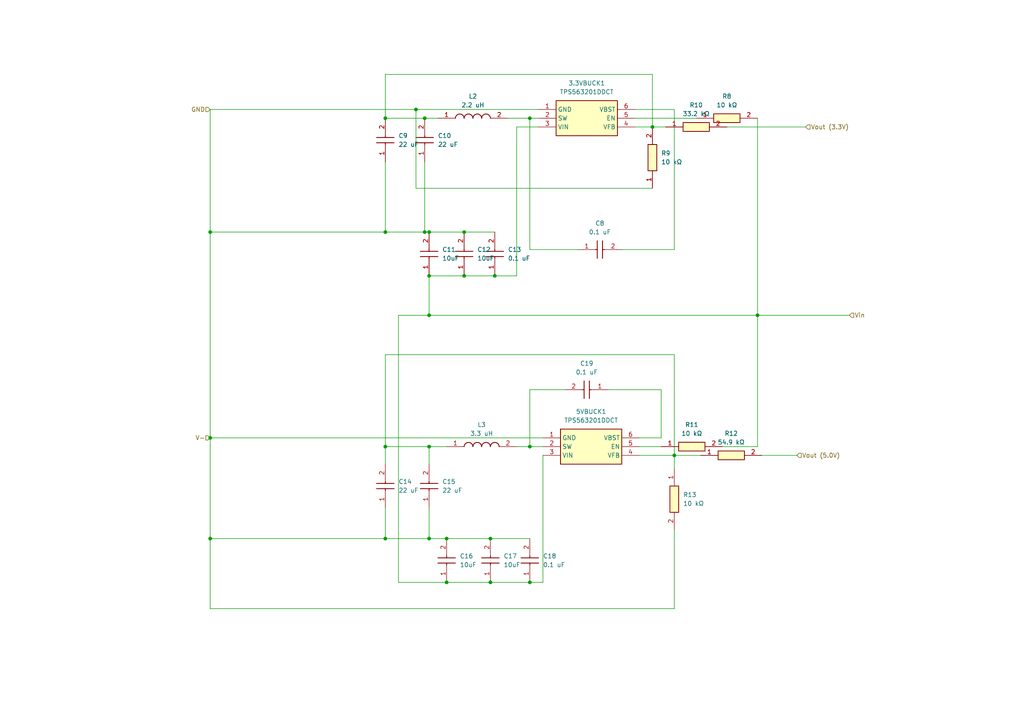
<source format=kicad_sch>
(kicad_sch (version 20230121) (generator eeschema)
  (paper "A4")
  (lib_symbols
    (symbol "pow_sys:0.1 uF" (pin_names hide)
      (property "Reference" "C" (at 8.89 6.35 0))
      (property "Value" "0.1 uF" (at 8.89 3.81 0))
      (symbol "0.1 uF_1_1"
        (polyline (pts (xy 5.08 0) (xy 5.588 0)) (stroke (width 0.254)))
        (polyline (pts (xy 5.588 2.54) (xy 5.588 -2.54)) (stroke (width 0.254)))
        (polyline (pts (xy 7.112 0) (xy 7.62 0)) (stroke (width 0.254)))
        (polyline (pts (xy 7.112 2.54) (xy 7.112 -2.54)) (stroke (width 0.254)))
        (pin passive line (at 0 0 0) (length 5.08) (name "1") (number "1"))
        (pin passive line (at 12.7 0 180) (length 5.08) (name "2") (number "2"))
      )
    )
    (symbol "pow_sys:10 kΩ" (pin_names hide)
      (property "Reference" "R" (at 13.97 6.35 0))
      (property "Value" "10 kΩ" (at 13.97 3.81 0))
      (symbol "10 kΩ_1_1"
        (rectangle (start 5.08 1.27) (end 12.7 -1.27) (stroke (width 0.254)) (fill (type background)))
        (pin passive line (at 0 0 0) (length 5.08) (name "1") (number "1"))
        (pin passive line (at 17.78 0 180) (length 5.08) (name "2") (number "2"))
      )
    )
    (symbol "pow_sys:10uF" (pin_names hide)
      (property "Reference" "C" (at 8.89 6.35 0))
      (property "Value" "10uF" (at 8.89 3.81 0))
      (symbol "10uF_1_1"
        (polyline (pts (xy 5.08 0) (xy 5.588 0)) (stroke (width 0.254)))
        (polyline (pts (xy 5.588 2.54) (xy 5.588 -2.54)) (stroke (width 0.254)))
        (polyline (pts (xy 7.112 0) (xy 7.62 0)) (stroke (width 0.254)))
        (polyline (pts (xy 7.112 2.54) (xy 7.112 -2.54)) (stroke (width 0.254)))
        (pin passive line (at 0 0 0) (length 5.08) (name "1") (number "1"))
        (pin passive line (at 12.7 0 180) (length 5.08) (name "2") (number "2"))
      )
    )
    (symbol "pow_sys:2.2 uH" (pin_names hide)
      (property "Reference" "L" (at 16.51 6.35 0))
      (property "Value" "2.2 uH" (at 16.51 3.81 0))
      (symbol "2.2 uH_1_1"
        (arc (start 7.62 0) (mid 6.35 1.219) (end 5.08 0) (stroke (width 0.254)))
        (arc (start 10.16 0) (mid 8.89 1.219) (end 7.62 0) (stroke (width 0.254)))
        (arc (start 12.7 0) (mid 11.43 1.219) (end 10.16 0) (stroke (width 0.254)))
        (arc (start 15.24 0) (mid 13.97 1.219) (end 12.7 0) (stroke (width 0.254)))
        (pin passive line (at 0 0 0) (length 5.08) (name "1") (number "1"))
        (pin passive line (at 20.32 0 180) (length 5.08) (name "2") (number "2"))
      )
    )
    (symbol "pow_sys:22 uF" (pin_names hide)
      (property "Reference" "C" (at 8.89 6.35 0))
      (property "Value" "22 uF" (at 8.89 3.81 0))
      (symbol "22 uF_1_1"
        (polyline (pts (xy 5.08 0) (xy 5.588 0)) (stroke (width 0.254)))
        (polyline (pts (xy 5.588 2.54) (xy 5.588 -2.54)) (stroke (width 0.254)))
        (polyline (pts (xy 7.112 0) (xy 7.62 0)) (stroke (width 0.254)))
        (polyline (pts (xy 7.112 2.54) (xy 7.112 -2.54)) (stroke (width 0.254)))
        (pin passive line (at 0 0 0) (length 5.08) (name "1") (number "1"))
        (pin passive line (at 12.7 0 180) (length 5.08) (name "2") (number "2"))
      )
    )
    (symbol "pow_sys:3.3 uH" (pin_names hide)
      (property "Reference" "L" (at 16.51 6.35 0))
      (property "Value" "3.3 uH" (at 16.51 3.81 0))
      (symbol "3.3 uH_1_1"
        (arc (start 7.62 0) (mid 6.35 1.219) (end 5.08 0) (stroke (width 0.254)))
        (arc (start 10.16 0) (mid 8.89 1.219) (end 7.62 0) (stroke (width 0.254)))
        (arc (start 12.7 0) (mid 11.43 1.219) (end 10.16 0) (stroke (width 0.254)))
        (arc (start 15.24 0) (mid 13.97 1.219) (end 12.7 0) (stroke (width 0.254)))
        (pin passive line (at 0 0 0) (length 5.08) (name "1") (number "1"))
        (pin passive line (at 20.32 0 180) (length 5.08) (name "2") (number "2"))
      )
    )
    (symbol "pow_sys:33.2 kΩ" (pin_names hide)
      (property "Reference" "R" (at 13.97 6.35 0))
      (property "Value" "33.2 kΩ" (at 13.97 3.81 0))
      (symbol "33.2 kΩ_1_1"
        (rectangle (start 5.08 1.27) (end 12.7 -1.27) (stroke (width 0.254)) (fill (type background)))
        (pin passive line (at 0 0 0) (length 5.08) (name "1") (number "1"))
        (pin passive line (at 17.78 0 180) (length 5.08) (name "2") (number "2"))
      )
    )
    (symbol "pow_sys:54.9 kΩ" (pin_names hide)
      (property "Reference" "R" (at 13.97 6.35 0))
      (property "Value" "54.9 kΩ" (at 13.97 3.81 0))
      (symbol "54.9 kΩ_1_1"
        (rectangle (start 5.08 1.27) (end 12.7 -1.27) (stroke (width 0.254)) (fill (type background)))
        (pin passive line (at 0 0 0) (length 5.08) (name "1") (number "1"))
        (pin passive line (at 17.78 0 180) (length 5.08) (name "2") (number "2"))
      )
    )
    (symbol "pow_sys:TPS563201DDCT"
      (property "Reference" "PS" (at 24.13 7.62 0))
      (property "Value" "TPS563201DDCT" (at 24.13 5.08 0))
      (symbol "TPS563201DDCT_1_1"
        (rectangle (start 5.08 2.54) (end 22.86 -7.62) (stroke (width 0.254)) (fill (type background)))
        (pin passive line (at 0 0 0) (length 5.08) (name "GND") (number "1"))
        (pin passive line (at 0 -2.54 0) (length 5.08) (name "SW") (number "2"))
        (pin passive line (at 0 -5.08 0) (length 5.08) (name "VIN") (number "3"))
        (pin passive line (at 27.94 -5.08 180) (length 5.08) (name "VFB") (number "4"))
        (pin passive line (at 27.94 -2.54 180) (length 5.08) (name "EN") (number "5"))
        (pin passive line (at 27.94 0 180) (length 5.08) (name "VBST") (number "6"))
      )
    )
  )
  (junction (at 124.46 129.54))
  (junction (at 219.71 91.44))
  (junction (at 129.54 156.21))
  (junction (at 111.76 67.31))
  (junction (at 60.96 67.31))
  (junction (at 120.65 31.75))
  (junction (at 142.24 156.21))
  (junction (at 111.76 129.54))
  (junction (at 134.62 67.31))
  (junction (at 124.46 80.01))
  (junction (at 111.76 156.21))
  (junction (at 60.96 127))
  (junction (at 129.54 168.91))
  (junction (at 153.67 129.54))
  (junction (at 123.19 34.29))
  (junction (at 124.46 67.31))
  (junction (at 142.24 168.91))
  (junction (at 195.58 132.08))
  (junction (at 134.62 80.01))
  (junction (at 60.96 156.21))
  (junction (at 153.67 168.91))
  (junction (at 111.76 34.29))
  (junction (at 124.46 156.21))
  (junction (at 123.19 67.31))
  (junction (at 124.46 91.44))
  (junction (at 189.23 36.83))
  (junction (at 153.67 34.29))
  (junction (at 143.51 80.01))
  (wire (pts (xy 115.57 91.44) (xy 124.46 91.44)))
  (wire (pts (xy 195.58 153.67) (xy 195.58 176.53)))
  (wire (pts (xy 124.46 156.21) (xy 124.46 147.32)))
  (wire (pts (xy 195.58 31.75) (xy 195.58 72.39)))
  (wire (pts (xy 176.53 113.03) (xy 191.77 113.03)))
  (wire (pts (xy 111.76 156.21) (xy 124.46 156.21)))
  (wire (pts (xy 123.19 46.99) (xy 123.19 67.31)))
  (wire (pts (xy 209.55 129.54) (xy 219.71 129.54)))
  (wire (pts (xy 129.54 156.21) (xy 142.24 156.21)))
  (wire (pts (xy 189.23 36.83) (xy 193.04 36.83)))
  (wire (pts (xy 163.83 113.03) (xy 153.67 113.03)))
  (wire (pts (xy 191.77 127) (xy 185.42 127)))
  (wire (pts (xy 143.51 80.01) (xy 149.86 80.01)))
  (wire (pts (xy 142.24 156.21) (xy 153.67 156.21)))
  (wire (pts (xy 153.67 113.03) (xy 153.67 129.54)))
  (wire (pts (xy 120.65 31.75) (xy 156.21 31.75)))
  (wire (pts (xy 180.34 72.39) (xy 195.58 72.39)))
  (wire (pts (xy 124.46 129.54) (xy 124.46 134.62)))
  (wire (pts (xy 219.71 91.44) (xy 246.38 91.44)))
  (wire (pts (xy 111.76 129.54) (xy 124.46 129.54)))
  (wire (pts (xy 195.58 132.08) (xy 203.2 132.08)))
  (wire (pts (xy 111.76 34.29) (xy 123.19 34.29)))
  (wire (pts (xy 124.46 91.44) (xy 124.46 80.01)))
  (wire (pts (xy 189.23 21.59) (xy 189.23 36.83)))
  (wire (pts (xy 60.96 176.53) (xy 60.96 156.21)))
  (wire (pts (xy 219.71 34.29) (xy 219.71 91.44)))
  (wire (pts (xy 219.71 91.44) (xy 219.71 129.54)))
  (wire (pts (xy 60.96 31.75) (xy 60.96 67.31)))
  (wire (pts (xy 111.76 102.87) (xy 195.58 102.87)))
  (wire (pts (xy 111.76 34.29) (xy 111.76 21.59)))
  (wire (pts (xy 111.76 67.31) (xy 60.96 67.31)))
  (wire (pts (xy 147.32 34.29) (xy 153.67 34.29)))
  (wire (pts (xy 124.46 91.44) (xy 219.71 91.44)))
  (wire (pts (xy 123.19 67.31) (xy 124.46 67.31)))
  (wire (pts (xy 111.76 147.32) (xy 111.76 156.21)))
  (wire (pts (xy 142.24 168.91) (xy 153.67 168.91)))
  (wire (pts (xy 191.77 113.03) (xy 191.77 127)))
  (wire (pts (xy 111.76 46.99) (xy 111.76 67.31)))
  (wire (pts (xy 185.42 129.54) (xy 191.77 129.54)))
  (wire (pts (xy 184.15 31.75) (xy 195.58 31.75)))
  (wire (pts (xy 184.15 34.29) (xy 201.93 34.29)))
  (wire (pts (xy 195.58 102.87) (xy 195.58 132.08)))
  (wire (pts (xy 134.62 67.31) (xy 143.51 67.31)))
  (wire (pts (xy 124.46 80.01) (xy 134.62 80.01)))
  (wire (pts (xy 60.96 67.31) (xy 60.96 127)))
  (wire (pts (xy 129.54 168.91) (xy 142.24 168.91)))
  (wire (pts (xy 60.96 127) (xy 157.48 127)))
  (wire (pts (xy 210.82 36.83) (xy 233.68 36.83)))
  (wire (pts (xy 153.67 34.29) (xy 153.67 72.39)))
  (wire (pts (xy 153.67 72.39) (xy 167.64 72.39)))
  (wire (pts (xy 129.54 168.91) (xy 115.57 168.91)))
  (wire (pts (xy 120.65 31.75) (xy 120.65 54.61)))
  (wire (pts (xy 60.96 31.75) (xy 120.65 31.75)))
  (wire (pts (xy 123.19 34.29) (xy 127 34.29)))
  (wire (pts (xy 153.67 129.54) (xy 157.48 129.54)))
  (wire (pts (xy 123.19 67.31) (xy 111.76 67.31)))
  (wire (pts (xy 156.21 34.29) (xy 153.67 34.29)))
  (wire (pts (xy 134.62 80.01) (xy 143.51 80.01)))
  (wire (pts (xy 111.76 21.59) (xy 189.23 21.59)))
  (wire (pts (xy 111.76 129.54) (xy 111.76 102.87)))
  (wire (pts (xy 115.57 168.91) (xy 115.57 91.44)))
  (wire (pts (xy 149.86 129.54) (xy 153.67 129.54)))
  (wire (pts (xy 220.98 132.08) (xy 231.14 132.08)))
  (wire (pts (xy 189.23 54.61) (xy 120.65 54.61)))
  (wire (pts (xy 185.42 132.08) (xy 195.58 132.08)))
  (wire (pts (xy 195.58 132.08) (xy 195.58 135.89)))
  (wire (pts (xy 124.46 67.31) (xy 134.62 67.31)))
  (wire (pts (xy 149.86 80.01) (xy 149.86 36.83)))
  (wire (pts (xy 60.96 156.21) (xy 111.76 156.21)))
  (wire (pts (xy 149.86 36.83) (xy 156.21 36.83)))
  (wire (pts (xy 124.46 156.21) (xy 129.54 156.21)))
  (wire (pts (xy 111.76 129.54) (xy 111.76 134.62)))
  (wire (pts (xy 124.46 129.54) (xy 129.54 129.54)))
  (wire (pts (xy 153.67 168.91) (xy 157.48 168.91)))
  (wire (pts (xy 157.48 132.08) (xy 157.48 168.91)))
  (wire (pts (xy 60.96 127) (xy 60.96 156.21)))
  (wire (pts (xy 184.15 36.83) (xy 189.23 36.83)))
  (wire (pts (xy 195.58 176.53) (xy 60.96 176.53)))
  (hierarchical_label "Vout (3.3V)" (shape input) (at 233.68 36.83 0))
  (hierarchical_label "Vin" (shape input) (at 246.38 91.44 0))
  (hierarchical_label "V-" (shape input) (at 60.96 127 180))
  (hierarchical_label "GND" (shape input) (at 60.96 31.75 180))
  (hierarchical_label "Vout (5.0V)" (shape input) (at 231.14 132.08 0))
  (symbol (lib_id "pow_sys:10 kΩ") (at 189.23 54.61 90) (unit 1)
    (property "Reference" "R9" (at 191.77 44.45 90) (effects (justify right)))
    (property "Value" "10 kΩ" (at 191.77 46.99 90) (effects (justify right)))
    (property "Footprint" "pow_sys_footprint:10 kΩ" (effects hide))
    (property "Datasheet" "https://industrial.panasonic.com/cdbs/www-data/pdf/RDA0000/AOA0000C304.pdf" (effects hide))
    (property "Height" "0.26" (effects hide))
    (property "Manufacturer_Name" "Panasonic" (effects hide))
    (property "Manufacturer_Part_Number" "ERJ-1GJF1002C" (effects hide))
    (property "Mouser Part Number" "667-ERJ-1GJF1002C" (effects hide))
    (property "Mouser Price/Stock" "https://www.mouser.co.uk/ProductDetail/Panasonic/ERJ-1GJF1002C?qs=OcgtsXO%252B3gveAYGlL%2Fftlw%3D%3D" (effects hide))
    (property "Arrow Part Number" "ERJ-1GJF1002C" (effects hide))
    (property "Arrow Price/Stock" "https://www.arrow.com/en/products/erj-1gjf1002c/panasonic?region=nac" (effects hide))
  )
  (symbol (lib_id "pow_sys:0.1 uF") (at 167.64 72.39 0) (unit 1)
    (property "Reference" "C8" (at 173.99 64.77 0))
    (property "Value" "0.1 uF" (at 173.99 67.31 0))
    (property "Footprint" "pow_sys_footprint:0.1 uF" (effects hide))
    (property "Datasheet" "https://connect.kemet.com:7667/gateway/IntelliData-ComponentDocumentation/1.0/download/specsheet/C0603C104K1RACAUTO" (effects hide))
    (property "Height" "0.95" (effects hide))
    (property "Manufacturer_Name" "KEMET" (effects hide))
    (property "Manufacturer_Part_Number" "C0603C104K1RACAUTO" (effects hide))
    (property "Mouser Part Number" "80-C0603C104K1RAUTO" (effects hide))
    (property "Mouser Price/Stock" "https://www.mouser.co.uk/ProductDetail/KEMET/C0603C104K1RACAUTO?qs=3Rah4i%252BhyCGTQ5uPNXtfZA%3D%3D" (effects hide))
    (property "Arrow Part Number" "C0603C104K1RACAUTO" (effects hide))
    (property "Arrow Price/Stock" "https://www.arrow.com/en/products/c0603c104k1racauto/kemet-corporation?region=europe" (effects hide))
  )
  (symbol (lib_id "pow_sys:10 kΩ") (at 191.77 129.54 0) (unit 1)
    (property "Reference" "R11" (at 200.66 123.19 0))
    (property "Value" "10 kΩ" (at 200.66 125.73 0))
    (property "Footprint" "pow_sys_footprint:10 kΩ" (effects hide))
    (property "Datasheet" "https://industrial.panasonic.com/cdbs/www-data/pdf/RDA0000/AOA0000C304.pdf" (effects hide))
    (property "Height" "0.26" (effects hide))
    (property "Manufacturer_Name" "Panasonic" (effects hide))
    (property "Manufacturer_Part_Number" "ERJ-1GJF1002C" (effects hide))
    (property "Mouser Part Number" "667-ERJ-1GJF1002C" (effects hide))
    (property "Mouser Price/Stock" "https://www.mouser.co.uk/ProductDetail/Panasonic/ERJ-1GJF1002C?qs=OcgtsXO%252B3gveAYGlL%2Fftlw%3D%3D" (effects hide))
    (property "Arrow Part Number" "ERJ-1GJF1002C" (effects hide))
    (property "Arrow Price/Stock" "https://www.arrow.com/en/products/erj-1gjf1002c/panasonic?region=nac" (effects hide))
  )
  (symbol (lib_id "pow_sys:22 uF") (at 124.46 147.32 90) (unit 1)
    (property "Reference" "C15" (at 128.27 139.7 90) (effects (justify right)))
    (property "Value" "22 uF" (at 128.27 142.24 90) (effects (justify right)))
    (property "Footprint" "pow_sys_footprint:CAPC3216X180N" (effects hide))
    (property "Datasheet" "https://product.tdk.com/info/en/catalog/datasheets/mlcc_commercial_midvoltage_en.pdf" (effects hide))
    (property "Height" "1.8" (effects hide))
    (property "Manufacturer_Name" "TDK" (effects hide))
    (property "Manufacturer_Part_Number" "C3216X5R1E226M160AB" (effects hide))
    (property "Mouser Part Number" "810-C3216X5R1E226M" (effects hide))
    (property "Mouser Price/Stock" "https://www.mouser.co.uk/ProductDetail/TDK/C3216X5R1E226M160AB?qs=LcTL%2F5vFEzF4bju0pxFs%2Fg%3D%3D" (effects hide))
    (property "Arrow Part Number" "C3216X5R1E226M160AB" (effects hide))
    (property "Arrow Price/Stock" "https://www.arrow.com/en/products/c3216x5r1e226m160ab/tdk?region=nac" (effects hide))
  )
  (symbol (lib_id "pow_sys:54.9 kΩ") (at 203.2 132.08 0) (unit 1)
    (property "Reference" "R12" (at 212.09 125.73 0))
    (property "Value" "54.9 kΩ" (at 212.09 128.27 0))
    (property "Footprint" "pow_sys_footprint:54.9 kΩ" (effects hide))
    (property "Datasheet" "https://industrial.panasonic.com/cdbs/www-data/pdf/RDP0000/AOA0000C337.pdf" (effects hide))
    (property "Height" "0.55" (effects hide))
    (property "Manufacturer_Name" "Panasonic" (effects hide))
    (property "Manufacturer_Part_Number" "ERJ-UP3F5492V" (effects hide))
  )
  (symbol (lib_id "pow_sys:10 kΩ") (at 201.93 34.29 0) (unit 1)
    (property "Reference" "R8" (at 210.82 27.94 0))
    (property "Value" "10 kΩ" (at 210.82 30.48 0))
    (property "Footprint" "pow_sys_footprint:10 kΩ" (effects hide))
    (property "Datasheet" "https://industrial.panasonic.com/cdbs/www-data/pdf/RDA0000/AOA0000C304.pdf" (effects hide))
    (property "Height" "0.26" (effects hide))
    (property "Manufacturer_Name" "Panasonic" (effects hide))
    (property "Manufacturer_Part_Number" "ERJ-1GJF1002C" (effects hide))
    (property "Mouser Part Number" "667-ERJ-1GJF1002C" (effects hide))
    (property "Mouser Price/Stock" "https://www.mouser.co.uk/ProductDetail/Panasonic/ERJ-1GJF1002C?qs=OcgtsXO%252B3gveAYGlL%2Fftlw%3D%3D" (effects hide))
    (property "Arrow Part Number" "ERJ-1GJF1002C" (effects hide))
    (property "Arrow Price/Stock" "https://www.arrow.com/en/products/erj-1gjf1002c/panasonic?region=nac" (effects hide))
  )
  (symbol (lib_id "pow_sys:10uF") (at 142.24 168.91 90) (unit 1)
    (property "Reference" "C17" (at 146.05 161.29 90) (effects (justify right)))
    (property "Value" "10uF" (at 146.05 163.83 90) (effects (justify right)))
    (property "Footprint" "pow_sys_footprint:10uF" (effects hide))
    (property "Datasheet" "http://componentsearchengine.com/Datasheets/1/GRM188R61E106KA73D.pdf" (effects hide))
    (property "Height" "0.9" (effects hide))
    (property "Manufacturer_Name" "Murata Electronics" (effects hide))
    (property "Manufacturer_Part_Number" "GRM188R61E106KA73D" (effects hide))
    (property "Mouser Part Number" "81-GRM188R61E106KA3D" (effects hide))
    (property "Mouser Price/Stock" "https://www.mouser.co.uk/ProductDetail/Murata-Electronics/GRM188R61E106KA73D?qs=5aG0NVq1C4z8ebxPkQZf9A%3D%3D" (effects hide))
    (property "Arrow Part Number" "GRM188R61E106KA73D" (effects hide))
    (property "Arrow Price/Stock" "https://www.arrow.com/en/products/grm188r61e106ka73d/murata-manufacturing?region=nac" (effects hide))
  )
  (symbol (lib_id "pow_sys:10uF") (at 134.62 80.01 90) (unit 1)
    (property "Reference" "C12" (at 138.43 72.39 90) (effects (justify right)))
    (property "Value" "10uF" (at 138.43 74.93 90) (effects (justify right)))
    (property "Footprint" "pow_sys_footprint:10uF" (effects hide))
    (property "Datasheet" "http://componentsearchengine.com/Datasheets/1/GRM188R61E106KA73D.pdf" (effects hide))
    (property "Height" "0.9" (effects hide))
    (property "Manufacturer_Name" "Murata Electronics" (effects hide))
    (property "Manufacturer_Part_Number" "GRM188R61E106KA73D" (effects hide))
    (property "Mouser Part Number" "81-GRM188R61E106KA3D" (effects hide))
    (property "Mouser Price/Stock" "https://www.mouser.co.uk/ProductDetail/Murata-Electronics/GRM188R61E106KA73D?qs=5aG0NVq1C4z8ebxPkQZf9A%3D%3D" (effects hide))
    (property "Arrow Part Number" "GRM188R61E106KA73D" (effects hide))
    (property "Arrow Price/Stock" "https://www.arrow.com/en/products/grm188r61e106ka73d/murata-manufacturing?region=nac" (effects hide))
  )
  (symbol (lib_id "pow_sys:22 uF") (at 111.76 46.99 90) (unit 1)
    (property "Reference" "C9" (at 115.57 39.37 90) (effects (justify right)))
    (property "Value" "22 uF" (at 115.57 41.91 90) (effects (justify right)))
    (property "Footprint" "pow_sys_footprint:CAPC3216X180N" (effects hide))
    (property "Datasheet" "https://product.tdk.com/info/en/catalog/datasheets/mlcc_commercial_midvoltage_en.pdf" (effects hide))
    (property "Height" "1.8" (effects hide))
    (property "Manufacturer_Name" "TDK" (effects hide))
    (property "Manufacturer_Part_Number" "C3216X5R1E226M160AB" (effects hide))
    (property "Mouser Part Number" "810-C3216X5R1E226M" (effects hide))
    (property "Mouser Price/Stock" "https://www.mouser.co.uk/ProductDetail/TDK/C3216X5R1E226M160AB?qs=LcTL%2F5vFEzF4bju0pxFs%2Fg%3D%3D" (effects hide))
    (property "Arrow Part Number" "C3216X5R1E226M160AB" (effects hide))
    (property "Arrow Price/Stock" "https://www.arrow.com/en/products/c3216x5r1e226m160ab/tdk?region=nac" (effects hide))
  )
  (symbol (lib_id "pow_sys:33.2 kΩ") (at 193.04 36.83 0) (unit 1)
    (property "Reference" "R10" (at 201.93 30.48 0))
    (property "Value" "33.2 kΩ" (at 201.93 33.02 0))
    (property "Footprint" "pow_sys_footprint:33.2 kO" (effects hide))
    (property "Datasheet" "http://industrial.panasonic.com/cdbs/www-data/pdf/RDM0000/AOA0000C307.pdf" (effects hide))
    (property "Height" "0.4" (effects hide))
    (property "Manufacturer_Name" "Panasonic" (effects hide))
    (property "Manufacturer_Part_Number" "ERA-2AEB3322X" (effects hide))
    (property "Mouser Part Number" "667-ERA-2AEB3322X" (effects hide))
    (property "Mouser Price/Stock" "https://www.mouser.co.uk/ProductDetail/Panasonic/ERA-2AEB3322X?qs=nuXzIS8loXETNY7Cpb0cZw%3D%3D" (effects hide))
    (property "Arrow Part Number" "ERA-2AEB3322X" (effects hide))
    (property "Arrow Price/Stock" "https://www.arrow.com/en/products/era-2aeb3322x/panasonic" (effects hide))
  )
  (symbol (lib_id "pow_sys:22 uF") (at 123.19 46.99 90) (unit 1)
    (property "Reference" "C10" (at 127 39.37 90) (effects (justify right)))
    (property "Value" "22 uF" (at 127 41.91 90) (effects (justify right)))
    (property "Footprint" "pow_sys_footprint:CAPC3216X180N" (effects hide))
    (property "Datasheet" "https://product.tdk.com/info/en/catalog/datasheets/mlcc_commercial_midvoltage_en.pdf" (effects hide))
    (property "Height" "1.8" (effects hide))
    (property "Manufacturer_Name" "TDK" (effects hide))
    (property "Manufacturer_Part_Number" "C3216X5R1E226M160AB" (effects hide))
    (property "Mouser Part Number" "810-C3216X5R1E226M" (effects hide))
    (property "Mouser Price/Stock" "https://www.mouser.co.uk/ProductDetail/TDK/C3216X5R1E226M160AB?qs=LcTL%2F5vFEzF4bju0pxFs%2Fg%3D%3D" (effects hide))
    (property "Arrow Part Number" "C3216X5R1E226M160AB" (effects hide))
    (property "Arrow Price/Stock" "https://www.arrow.com/en/products/c3216x5r1e226m160ab/tdk?region=nac" (effects hide))
  )
  (symbol (lib_id "pow_sys:0.1 uF") (at 153.67 168.91 90) (unit 1)
    (property "Reference" "C18" (at 157.48 161.29 90) (effects (justify right)))
    (property "Value" "0.1 uF" (at 157.48 163.83 90) (effects (justify right)))
    (property "Footprint" "pow_sys_footprint:0.1 uF" (effects hide))
    (property "Datasheet" "https://connect.kemet.com:7667/gateway/IntelliData-ComponentDocumentation/1.0/download/specsheet/C0603C104K1RACAUTO" (effects hide))
    (property "Height" "0.95" (effects hide))
    (property "Manufacturer_Name" "KEMET" (effects hide))
    (property "Manufacturer_Part_Number" "C0603C104K1RACAUTO" (effects hide))
    (property "Mouser Part Number" "80-C0603C104K1RAUTO" (effects hide))
    (property "Mouser Price/Stock" "https://www.mouser.co.uk/ProductDetail/KEMET/C0603C104K1RACAUTO?qs=3Rah4i%252BhyCGTQ5uPNXtfZA%3D%3D" (effects hide))
    (property "Arrow Part Number" "C0603C104K1RACAUTO" (effects hide))
    (property "Arrow Price/Stock" "https://www.arrow.com/en/products/c0603c104k1racauto/kemet-corporation?region=europe" (effects hide))
  )
  (symbol (lib_id "pow_sys:TPS563201DDCT") (at 157.48 127 0) (unit 1)
    (property "Reference" "5VBUCK1" (at 171.45 119.38 0))
    (property "Value" "TPS563201DDCT" (at 171.45 121.92 0))
    (property "Footprint" "SOT95P280X110-6N" (effects hide))
    (property "Datasheet" "http://www.ti.com/general/docs/lit/getliterature.tsp?genericPartNumber=tps563201&fileType=pdf" (effects hide))
    (property "Height" "1.1" (effects hide))
    (property "Manufacturer_Name" "Texas Instruments" (effects hide))
    (property "Manufacturer_Part_Number" "TPS563201DDCT" (effects hide))
    (property "Mouser Part Number" "595-TPS563201DDCT" (effects hide))
    (property "Mouser Price/Stock" "https://www.mouser.co.uk/ProductDetail/Texas-Instruments/TPS563201DDCT?qs=G55MHhPmvtJpxrlgluYVKA%3D%3D" (effects hide))
    (property "Arrow Part Number" "TPS563201DDCT" (effects hide))
    (property "Arrow Price/Stock" "https://www.arrow.com/en/products/tps563201ddct/texas-instruments?region=nac" (effects hide))
  )
  (symbol (lib_id "pow_sys:2.2 uH") (at 127 34.29 0) (unit 1)
    (property "Reference" "L2" (at 137.16 27.94 0))
    (property "Value" "2.2 uH" (at 137.16 30.48 0))
    (property "Footprint" "DFE2016CKA1R0MP2" (effects hide))
    (property "Datasheet" "https://psearch.en.murata.com/inductor/product/DFE2016CKA-2R2M%23.html" (effects hide))
    (property "Height" "0.65" (effects hide))
    (property "Manufacturer_Name" "Murata Electronics" (effects hide))
    (property "Manufacturer_Part_Number" "DFE2016CKA-2R2M=P2" (effects hide))
    (property "Mouser Part Number" "81-DFE2016CKA2R2M=P2" (effects hide))
    (property "Mouser Price/Stock" "https://www.mouser.co.uk/ProductDetail/Murata-Electronics/DFE2016CKA-2R2M%3dP2?qs=rI7uf1IzohTgEoAgMClTBQ%3D%3D" (effects hide))
  )
  (symbol (lib_id "pow_sys:0.1 uF") (at 143.51 80.01 90) (unit 1)
    (property "Reference" "C13" (at 147.32 72.39 90) (effects (justify right)))
    (property "Value" "0.1 uF" (at 147.32 74.93 90) (effects (justify right)))
    (property "Footprint" "pow_sys_footprint:0.1 uF" (effects hide))
    (property "Datasheet" "https://connect.kemet.com:7667/gateway/IntelliData-ComponentDocumentation/1.0/download/specsheet/C0603C104K1RACAUTO" (effects hide))
    (property "Height" "0.95" (effects hide))
    (property "Manufacturer_Name" "KEMET" (effects hide))
    (property "Manufacturer_Part_Number" "C0603C104K1RACAUTO" (effects hide))
    (property "Mouser Part Number" "80-C0603C104K1RAUTO" (effects hide))
    (property "Mouser Price/Stock" "https://www.mouser.co.uk/ProductDetail/KEMET/C0603C104K1RACAUTO?qs=3Rah4i%252BhyCGTQ5uPNXtfZA%3D%3D" (effects hide))
    (property "Arrow Part Number" "C0603C104K1RACAUTO" (effects hide))
    (property "Arrow Price/Stock" "https://www.arrow.com/en/products/c0603c104k1racauto/kemet-corporation?region=europe" (effects hide))
  )
  (symbol (lib_id "pow_sys:0.1 uF") (at 176.53 113.03 180) (unit 1)
    (property "Reference" "C19" (at 170.18 105.41 0))
    (property "Value" "0.1 uF" (at 170.18 107.95 0))
    (property "Footprint" "pow_sys_footprint:0.1 uF" (effects hide))
    (property "Datasheet" "https://connect.kemet.com:7667/gateway/IntelliData-ComponentDocumentation/1.0/download/specsheet/C0603C104K1RACAUTO" (effects hide))
    (property "Height" "0.95" (effects hide))
    (property "Manufacturer_Name" "KEMET" (effects hide))
    (property "Manufacturer_Part_Number" "C0603C104K1RACAUTO" (effects hide))
    (property "Mouser Part Number" "80-C0603C104K1RAUTO" (effects hide))
    (property "Mouser Price/Stock" "https://www.mouser.co.uk/ProductDetail/KEMET/C0603C104K1RACAUTO?qs=3Rah4i%252BhyCGTQ5uPNXtfZA%3D%3D" (effects hide))
    (property "Arrow Part Number" "C0603C104K1RACAUTO" (effects hide))
    (property "Arrow Price/Stock" "https://www.arrow.com/en/products/c0603c104k1racauto/kemet-corporation?region=europe" (effects hide))
  )
  (symbol (lib_id "pow_sys:3.3 uH") (at 129.54 129.54 0) (unit 1)
    (property "Reference" "L3" (at 139.7 123.19 0))
    (property "Value" "3.3 uH" (at 139.7 125.73 0))
    (property "Footprint" "INDC2520X120N" (effects hide))
    (property "Datasheet" "https://product.tdk.com/system/files/dam/doc/product/inductor/inductor/smd/catalog/inductor_automotive_power_tfm252012alva_en.pdf" (effects hide))
    (property "Height" "1.2" (effects hide))
    (property "Manufacturer_Name" "TDK" (effects hide))
    (property "Manufacturer_Part_Number" "TFM252012ALVA3R3MTAA" (effects hide))
    (property "Mouser Part Number" "810-TFM252012ALVA3R3" (effects hide))
    (property "Mouser Price/Stock" "https://www.mouser.co.uk/ProductDetail/TDK/TFM252012ALVA3R3MTAA?qs=BJlw7L4Cy7%252B1sa7FnOORbQ%3D%3D" (effects hide))
    (property "Arrow Part Number" "TFM252012ALVA3R3MTAA" (effects hide))
    (property "Arrow Price/Stock" "https://www.arrow.com/en/products/tfm252012alva3r3mtaa/tdk?region=nac" (effects hide))
  )
  (symbol (lib_id "pow_sys:22 uF") (at 111.76 147.32 90) (unit 1)
    (property "Reference" "C14" (at 115.57 139.7 90) (effects (justify right)))
    (property "Value" "22 uF" (at 115.57 142.24 90) (effects (justify right)))
    (property "Footprint" "pow_sys_footprint:CAPC3216X180N" (effects hide))
    (property "Datasheet" "https://product.tdk.com/info/en/catalog/datasheets/mlcc_commercial_midvoltage_en.pdf" (effects hide))
    (property "Height" "1.8" (effects hide))
    (property "Manufacturer_Name" "TDK" (effects hide))
    (property "Manufacturer_Part_Number" "C3216X5R1E226M160AB" (effects hide))
    (property "Mouser Part Number" "810-C3216X5R1E226M" (effects hide))
    (property "Mouser Price/Stock" "https://www.mouser.co.uk/ProductDetail/TDK/C3216X5R1E226M160AB?qs=LcTL%2F5vFEzF4bju0pxFs%2Fg%3D%3D" (effects hide))
    (property "Arrow Part Number" "C3216X5R1E226M160AB" (effects hide))
    (property "Arrow Price/Stock" "https://www.arrow.com/en/products/c3216x5r1e226m160ab/tdk?region=nac" (effects hide))
  )
  (symbol (lib_id "pow_sys:TPS563201DDCT") (at 156.21 31.75 0) (unit 1)
    (property "Reference" "3.3VBUCK1" (at 170.18 24.13 0))
    (property "Value" "TPS563201DDCT" (at 170.18 26.67 0))
    (property "Footprint" "SOT95P280X110-6N" (effects hide))
    (property "Datasheet" "http://www.ti.com/general/docs/lit/getliterature.tsp?genericPartNumber=tps563201&fileType=pdf" (effects hide))
    (property "Height" "1.1" (effects hide))
    (property "Manufacturer_Name" "Texas Instruments" (effects hide))
    (property "Manufacturer_Part_Number" "TPS563201DDCT" (effects hide))
    (property "Mouser Part Number" "595-TPS563201DDCT" (effects hide))
    (property "Mouser Price/Stock" "https://www.mouser.co.uk/ProductDetail/Texas-Instruments/TPS563201DDCT?qs=G55MHhPmvtJpxrlgluYVKA%3D%3D" (effects hide))
    (property "Arrow Part Number" "TPS563201DDCT" (effects hide))
    (property "Arrow Price/Stock" "https://www.arrow.com/en/products/tps563201ddct/texas-instruments?region=nac" (effects hide))
  )
  (symbol (lib_id "pow_sys:10uF") (at 124.46 80.01 90) (unit 1)
    (property "Reference" "C11" (at 128.27 72.39 90) (effects (justify right)))
    (property "Value" "10uF" (at 128.27 74.93 90) (effects (justify right)))
    (property "Footprint" "pow_sys_footprint:10uF" (effects hide))
    (property "Datasheet" "http://componentsearchengine.com/Datasheets/1/GRM188R61E106KA73D.pdf" (effects hide))
    (property "Height" "0.9" (effects hide))
    (property "Manufacturer_Name" "Murata Electronics" (effects hide))
    (property "Manufacturer_Part_Number" "GRM188R61E106KA73D" (effects hide))
    (property "Mouser Part Number" "81-GRM188R61E106KA3D" (effects hide))
    (property "Mouser Price/Stock" "https://www.mouser.co.uk/ProductDetail/Murata-Electronics/GRM188R61E106KA73D?qs=5aG0NVq1C4z8ebxPkQZf9A%3D%3D" (effects hide))
    (property "Arrow Part Number" "GRM188R61E106KA73D" (effects hide))
    (property "Arrow Price/Stock" "https://www.arrow.com/en/products/grm188r61e106ka73d/murata-manufacturing?region=nac" (effects hide))
  )
  (symbol (lib_id "pow_sys:10uF") (at 129.54 168.91 90) (unit 1)
    (property "Reference" "C16" (at 133.35 161.29 90) (effects (justify right)))
    (property "Value" "10uF" (at 133.35 163.83 90) (effects (justify right)))
    (property "Footprint" "pow_sys_footprint:10uF" (effects hide))
    (property "Datasheet" "http://componentsearchengine.com/Datasheets/1/GRM188R61E106KA73D.pdf" (effects hide))
    (property "Height" "0.9" (effects hide))
    (property "Manufacturer_Name" "Murata Electronics" (effects hide))
    (property "Manufacturer_Part_Number" "GRM188R61E106KA73D" (effects hide))
    (property "Mouser Part Number" "81-GRM188R61E106KA3D" (effects hide))
    (property "Mouser Price/Stock" "https://www.mouser.co.uk/ProductDetail/Murata-Electronics/GRM188R61E106KA73D?qs=5aG0NVq1C4z8ebxPkQZf9A%3D%3D" (effects hide))
    (property "Arrow Part Number" "GRM188R61E106KA73D" (effects hide))
    (property "Arrow Price/Stock" "https://www.arrow.com/en/products/grm188r61e106ka73d/murata-manufacturing?region=nac" (effects hide))
  )
  (symbol (lib_id "pow_sys:10 kΩ") (at 195.58 135.89 270) (unit 1)
    (property "Reference" "R13" (at 198.12 143.51 90) (effects (justify left)))
    (property "Value" "10 kΩ" (at 198.12 146.05 90) (effects (justify left)))
    (property "Footprint" "pow_sys_footprint:10 kΩ" (effects hide))
    (property "Datasheet" "https://industrial.panasonic.com/cdbs/www-data/pdf/RDA0000/AOA0000C304.pdf" (effects hide))
    (property "Height" "0.26" (effects hide))
    (property "Manufacturer_Name" "Panasonic" (effects hide))
    (property "Manufacturer_Part_Number" "ERJ-1GJF1002C" (effects hide))
    (property "Mouser Part Number" "667-ERJ-1GJF1002C" (effects hide))
    (property "Mouser Price/Stock" "https://www.mouser.co.uk/ProductDetail/Panasonic/ERJ-1GJF1002C?qs=OcgtsXO%252B3gveAYGlL%2Fftlw%3D%3D" (effects hide))
    (property "Arrow Part Number" "ERJ-1GJF1002C" (effects hide))
    (property "Arrow Price/Stock" "https://www.arrow.com/en/products/erj-1gjf1002c/panasonic?region=nac" (effects hide))
  )
)
</source>
